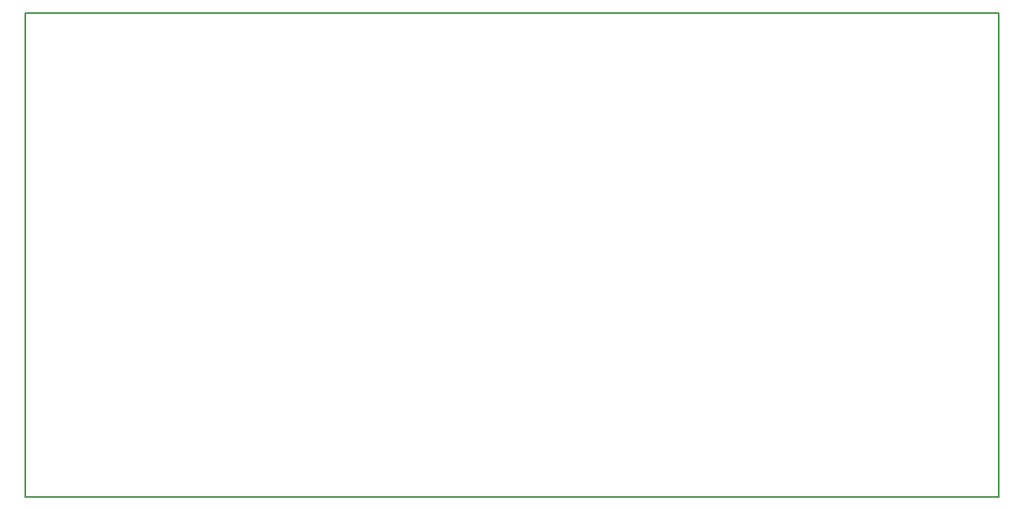
<source format=gbr>
G04 #@! TF.FileFunction,Profile,NP*
%FSLAX46Y46*%
G04 Gerber Fmt 4.6, Leading zero omitted, Abs format (unit mm)*
G04 Created by KiCad (PCBNEW 4.0.3-stable) date 09/21/16 12:07:47*
%MOMM*%
%LPD*%
G01*
G04 APERTURE LIST*
%ADD10C,0.100000*%
%ADD11C,0.200000*%
G04 APERTURE END LIST*
D10*
D11*
X35814000Y-101854000D02*
X35814000Y-152146000D01*
X136906000Y-101854000D02*
X35814000Y-101854000D01*
X136906000Y-152146000D02*
X136906000Y-101854000D01*
X35814000Y-152146000D02*
X136906000Y-152146000D01*
M02*

</source>
